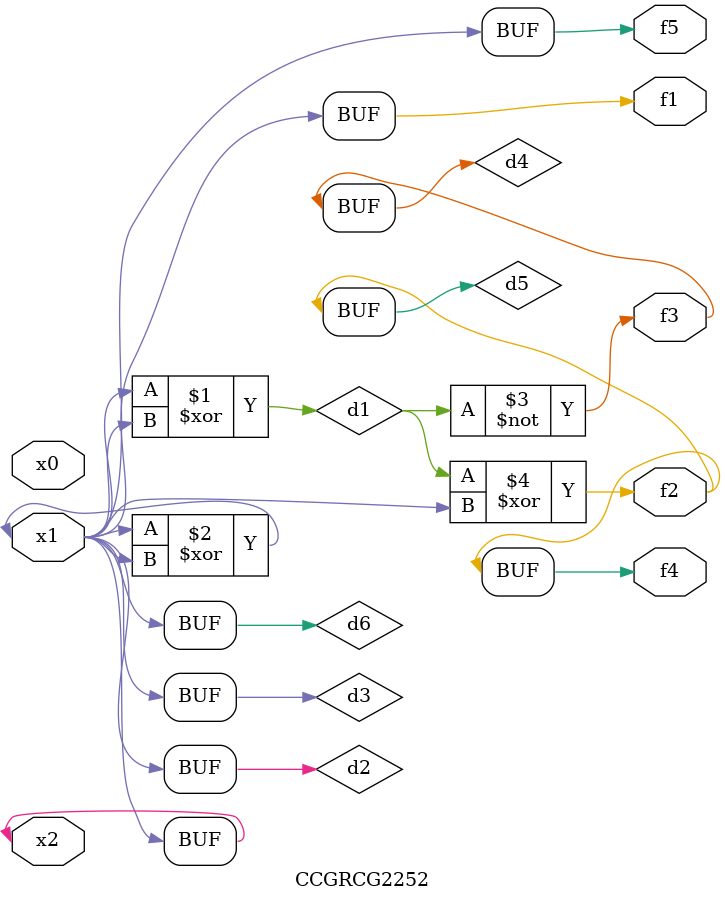
<source format=v>
module CCGRCG2252(
	input x0, x1, x2,
	output f1, f2, f3, f4, f5
);

	wire d1, d2, d3, d4, d5, d6;

	xor (d1, x1, x2);
	buf (d2, x1, x2);
	xor (d3, x1, x2);
	nor (d4, d1);
	xor (d5, d1, d2);
	buf (d6, d2, d3);
	assign f1 = d6;
	assign f2 = d5;
	assign f3 = d4;
	assign f4 = d5;
	assign f5 = d6;
endmodule

</source>
